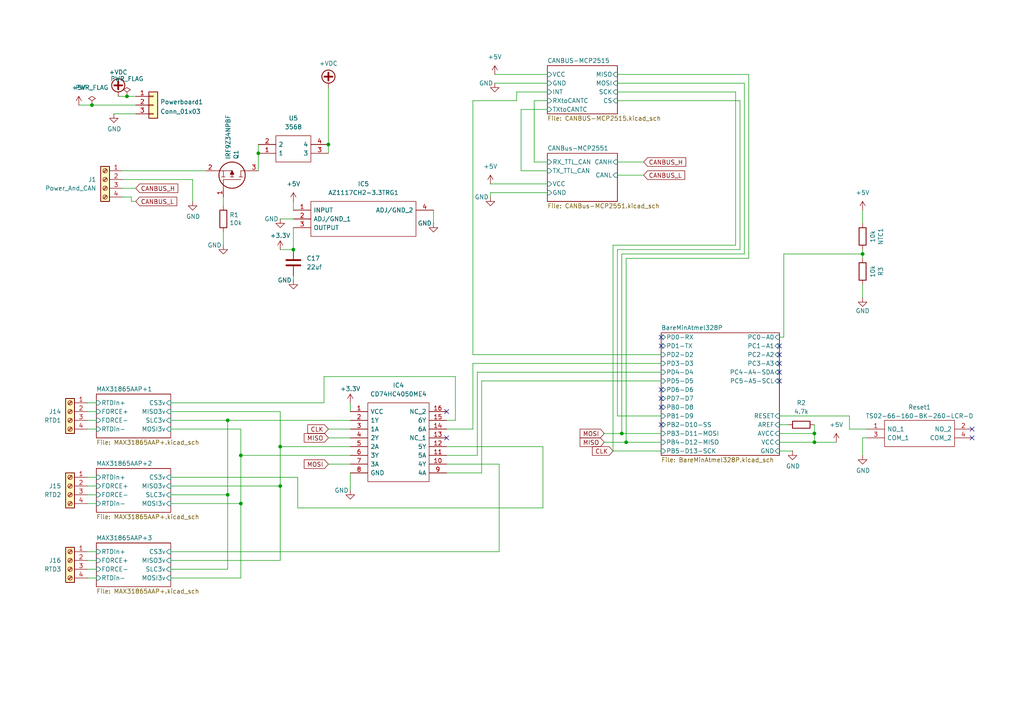
<source format=kicad_sch>
(kicad_sch (version 20231120) (generator "eeschema") (generator_version "8.0")
  (paper "A4")
  (lib_symbols
    (symbol "Connector:Screw_Terminal_01x04" (pin_names (offset 1.016) hide)
      (property "Reference" "J" (at 0 5.08 0))
      (property "Value" "Screw_Terminal_01x04" (at 0 -7.62 0))
      (symbol "Screw_Terminal_01x04_1_1"
        (rectangle (start -1.27 3.81) (end 1.27 -6.35) (stroke (width 0.254)) (fill (type background)))
        (circle (center 0 -5.08) (radius 0.635) (stroke (width 0.1524)))
        (circle (center 0 -2.54) (radius 0.635) (stroke (width 0.1524)))
        (polyline (pts (xy -0.5334 -4.7498) (xy 0.3302 -5.588)) (stroke (width 0.1524)))
        (polyline (pts (xy -0.5334 -2.2098) (xy 0.3302 -3.048)) (stroke (width 0.1524)))
        (polyline (pts (xy -0.5334 0.3302) (xy 0.3302 -0.508)) (stroke (width 0.1524)))
        (polyline (pts (xy -0.5334 2.8702) (xy 0.3302 2.032)) (stroke (width 0.1524)))
        (polyline (pts (xy -0.3556 -4.572) (xy 0.508 -5.4102)) (stroke (width 0.1524)))
        (polyline (pts (xy -0.3556 -2.032) (xy 0.508 -2.8702)) (stroke (width 0.1524)))
        (polyline (pts (xy -0.3556 0.508) (xy 0.508 -0.3302)) (stroke (width 0.1524)))
        (polyline (pts (xy -0.3556 3.048) (xy 0.508 2.2098)) (stroke (width 0.1524)))
        (circle (center 0 0) (radius 0.635) (stroke (width 0.1524)))
        (circle (center 0 2.54) (radius 0.635) (stroke (width 0.1524)))
        (pin passive line (at -5.08 2.54 0) (length 3.81) (name "Pin_1") (number "1"))
        (pin passive line (at -5.08 0 0) (length 3.81) (name "Pin_2") (number "2"))
        (pin passive line (at -5.08 -2.54 0) (length 3.81) (name "Pin_3") (number "3"))
        (pin passive line (at -5.08 -5.08 0) (length 3.81) (name "Pin_4") (number "4"))
      )
    )
    (symbol "Connector_Generic:Conn_01x03" (pin_names (offset 1.016) hide)
      (property "Reference" "J" (at 0 5.08 0))
      (property "Value" "Conn_01x03" (at 0 -5.08 0))
      (symbol "Conn_01x03_1_1"
        (rectangle (start -1.27 -2.413) (end 0 -2.667) (stroke (width 0.1524)))
        (rectangle (start -1.27 0.127) (end 0 -0.127) (stroke (width 0.1524)))
        (rectangle (start -1.27 2.667) (end 0 2.413) (stroke (width 0.1524)))
        (rectangle (start -1.27 3.81) (end 1.27 -3.81) (stroke (width 0.254)) (fill (type background)))
        (pin passive line (at -5.08 2.54 0) (length 3.81) (name "Pin_1") (number "1"))
        (pin passive line (at -5.08 0 0) (length 3.81) (name "Pin_2") (number "2"))
        (pin passive line (at -5.08 -2.54 0) (length 3.81) (name "Pin_3") (number "3"))
      )
    )
    (symbol "Device:C" (pin_numbers hide) (pin_names (offset 0.254))
      (property "Reference" "C" (at 0.635 2.54 0))
      (property "Value" "C" (at 0.635 -2.54 0))
      (symbol "C_0_1"
        (polyline (pts (xy -2.032 -0.762) (xy 2.032 -0.762)) (stroke (width 0.508)))
        (polyline (pts (xy -2.032 0.762) (xy 2.032 0.762)) (stroke (width 0.508)))
      )
      (symbol "C_1_1"
        (pin passive line (at 0 3.81 270) (length 2.794) (name "~") (number "1"))
        (pin passive line (at 0 -3.81 90) (length 2.794) (name "~") (number "2"))
      )
    )
    (symbol "Device:R" (pin_numbers hide) (pin_names (offset 0))
      (property "Reference" "R" (at 2.032 0 90))
      (property "Value" "R" (at 0 0 90))
      (symbol "R_0_1"
        (rectangle (start -1.016 -2.54) (end 1.016 2.54) (stroke (width 0.254)))
      )
      (symbol "R_1_1"
        (pin passive line (at 0 3.81 270) (length 1.27) (name "~") (number "1"))
        (pin passive line (at 0 -3.81 90) (length 1.27) (name "~") (number "2"))
      )
    )
    (symbol "SamacSys_Parts:3568" (pin_names (offset 0.762))
      (property "Reference" "U" (at 16.51 7.62 0))
      (property "Value" "3568" (at 16.51 5.08 0))
      (symbol "3568_0_0"
        (pin passive line (at 0 -2.54 0) (length 5.08) (name "1") (number "1"))
        (pin passive line (at 0 0 0) (length 5.08) (name "2") (number "2"))
        (pin passive line (at 20.32 -2.54 180) (length 5.08) (name "3") (number "3"))
        (pin passive line (at 20.32 0 180) (length 5.08) (name "4") (number "4"))
      )
      (symbol "3568_0_1"
        (polyline (pts (xy 5.08 2.54) (xy 15.24 2.54) (xy 15.24 -5.08) (xy 5.08 -5.08) (xy 5.08 2.54)) (stroke (width 0.1524)))
      )
    )
    (symbol "SamacSys_Parts:AZ1117CH2-3.3TRG1" (pin_names (offset 0.762))
      (property "Reference" "IC" (at 36.83 7.62 0))
      (property "Value" "AZ1117CH2-3.3TRG1" (at 36.83 5.08 0))
      (symbol "AZ1117CH2-3.3TRG1_0_0"
        (pin passive line (at 0 0 0) (length 5.08) (name "INPUT") (number "1"))
        (pin passive line (at 0 -2.54 0) (length 5.08) (name "ADJ/GND_1") (number "2"))
        (pin passive line (at 0 -5.08 0) (length 5.08) (name "OUTPUT") (number "3"))
        (pin passive line (at 40.64 0 180) (length 5.08) (name "ADJ/GND_2") (number "4"))
      )
      (symbol "AZ1117CH2-3.3TRG1_0_1"
        (polyline (pts (xy 5.08 2.54) (xy 35.56 2.54) (xy 35.56 -7.62) (xy 5.08 -7.62) (xy 5.08 2.54)) (stroke (width 0.1524)))
      )
    )
    (symbol "SamacSys_Parts:CD74HC4050ME4" (pin_names (offset 0.762))
      (property "Reference" "IC" (at 24.13 7.62 0))
      (property "Value" "CD74HC4050ME4" (at 24.13 5.08 0))
      (symbol "CD74HC4050ME4_0_0"
        (pin passive line (at 0 0 0) (length 5.08) (name "VCC") (number "1"))
        (pin passive line (at 27.94 -15.24 180) (length 5.08) (name "4Y") (number "10"))
        (pin passive line (at 27.94 -12.7 180) (length 5.08) (name "5A") (number "11"))
        (pin passive line (at 27.94 -10.16 180) (length 5.08) (name "5Y") (number "12"))
        (pin passive line (at 27.94 -7.62 180) (length 5.08) (name "NC_1") (number "13"))
        (pin passive line (at 27.94 -5.08 180) (length 5.08) (name "6A") (number "14"))
        (pin passive line (at 27.94 -2.54 180) (length 5.08) (name "6Y") (number "15"))
        (pin passive line (at 27.94 0 180) (length 5.08) (name "NC_2") (number "16"))
        (pin passive line (at 0 -2.54 0) (length 5.08) (name "1Y") (number "2"))
        (pin passive line (at 0 -5.08 0) (length 5.08) (name "1A") (number "3"))
        (pin passive line (at 0 -7.62 0) (length 5.08) (name "2Y") (number "4"))
        (pin passive line (at 0 -10.16 0) (length 5.08) (name "2A") (number "5"))
        (pin passive line (at 0 -12.7 0) (length 5.08) (name "3Y") (number "6"))
        (pin passive line (at 0 -15.24 0) (length 5.08) (name "3A") (number "7"))
        (pin passive line (at 0 -17.78 0) (length 5.08) (name "GND") (number "8"))
        (pin passive line (at 27.94 -17.78 180) (length 5.08) (name "4A") (number "9"))
      )
      (symbol "CD74HC4050ME4_0_1"
        (polyline (pts (xy 5.08 2.54) (xy 22.86 2.54) (xy 22.86 -20.32) (xy 5.08 -20.32) (xy 5.08 2.54)) (stroke (width 0.1524)))
      )
    )
    (symbol "SamacSys_Parts:IRF9Z34NPBF" (pin_names (offset 0.762))
      (property "Reference" "Q" (at 11.43 3.81 0))
      (property "Value" "IRF9Z34NPBF" (at 11.43 1.27 0))
      (symbol "IRF9Z34NPBF_0_0"
        (pin passive line (at 0 0 0) (length 2.54) (name "~") (number "1"))
        (pin passive line (at 7.62 -5.08 90) (length 2.54) (name "~") (number "2"))
        (pin passive line (at 7.62 10.16 270) (length 2.54) (name "~") (number "3"))
      )
      (symbol "IRF9Z34NPBF_0_1"
        (polyline (pts (xy 5.842 -0.508) (xy 5.842 0.508)) (stroke (width 0.1524)))
        (polyline (pts (xy 5.842 0) (xy 7.62 0)) (stroke (width 0.1524)))
        (polyline (pts (xy 5.842 2.032) (xy 5.842 3.048)) (stroke (width 0.1524)))
        (polyline (pts (xy 5.842 5.588) (xy 5.842 4.572)) (stroke (width 0.1524)))
        (polyline (pts (xy 7.62 2.54) (xy 5.842 2.54)) (stroke (width 0.1524)))
        (polyline (pts (xy 7.62 2.54) (xy 7.62 -2.54)) (stroke (width 0.1524)))
        (polyline (pts (xy 7.62 5.08) (xy 5.842 5.08)) (stroke (width 0.1524)))
        (polyline (pts (xy 7.62 5.08) (xy 7.62 7.62)) (stroke (width 0.1524)))
        (polyline (pts (xy 2.54 0) (xy 5.08 0) (xy 5.08 5.08)) (stroke (width 0.1524)))
        (polyline (pts (xy 7.62 2.54) (xy 6.604 3.048) (xy 6.604 2.032) (xy 7.62 2.54)) (stroke (width 0.254)) (fill (type outline)))
        (circle (center 6.35 2.54) (radius 3.81) (stroke (width 0.254)))
      )
    )
    (symbol "SamacSys_Parts:TS02-66-160-BK-260-LCR-D" (pin_names (offset 0.762))
      (property "Reference" "S" (at 26.67 7.62 0))
      (property "Value" "TS02-66-160-BK-260-LCR-D" (at 26.67 5.08 0))
      (symbol "TS02-66-160-BK-260-LCR-D_0_0"
        (pin passive line (at 0 0 0) (length 5.08) (name "NO_1") (number "1"))
        (pin passive line (at 30.48 0 180) (length 5.08) (name "NO_2") (number "2"))
        (pin passive line (at 0 -2.54 0) (length 5.08) (name "COM_1") (number "3"))
        (pin passive line (at 30.48 -2.54 180) (length 5.08) (name "COM_2") (number "4"))
      )
      (symbol "TS02-66-160-BK-260-LCR-D_0_1"
        (polyline (pts (xy 5.08 2.54) (xy 25.4 2.54) (xy 25.4 -5.08) (xy 5.08 -5.08) (xy 5.08 2.54)) (stroke (width 0.1524)))
      )
    )
    (symbol "power:+3.3V" (power) (pin_numbers hide) (pin_names (offset 0) hide)
      (property "Value" "+3.3V" (at 0 3.556 0))
      (symbol "+3.3V_0_1"
        (polyline (pts (xy -0.762 1.27) (xy 0 2.54)))
        (polyline (pts (xy 0 0) (xy 0 2.54)))
        (polyline (pts (xy 0 2.54) (xy 0.762 1.27)))
      )
      (symbol "+3.3V_1_1"
        (pin power_in line (at 0 0 90) (length 0) (name "~") (number "1"))
      )
    )
    (symbol "power:+5V" (power) (pin_numbers hide) (pin_names (offset 0) hide)
      (property "Value" "+5V" (at 0 3.556 0))
      (symbol "+5V_0_1"
        (polyline (pts (xy -0.762 1.27) (xy 0 2.54)))
        (polyline (pts (xy 0 0) (xy 0 2.54)))
        (polyline (pts (xy 0 2.54) (xy 0.762 1.27)))
      )
      (symbol "+5V_1_1"
        (pin power_in line (at 0 0 90) (length 0) (name "~") (number "1"))
      )
    )
    (symbol "power:+VDC" (power) (pin_numbers hide) (pin_names (offset 0) hide)
      (property "Value" "+VDC" (at 0 6.35 0))
      (symbol "+VDC_0_1"
        (polyline (pts (xy -1.143 3.175) (xy 1.143 3.175)) (stroke (width 0.508)))
        (polyline (pts (xy 0 0) (xy 0 1.27)))
        (polyline (pts (xy 0 2.032) (xy 0 4.318)) (stroke (width 0.508)))
        (circle (center 0 3.175) (radius 1.905) (stroke (width 0.254)))
      )
      (symbol "+VDC_1_1"
        (pin power_in line (at 0 0 90) (length 0) (name "~") (number "1"))
      )
    )
    (symbol "power:GND" (power) (pin_numbers hide) (pin_names (offset 0) hide)
      (property "Value" "GND" (at 0 -3.81 0))
      (symbol "GND_0_1"
        (polyline (pts (xy 0 0) (xy 0 -1.27) (xy 1.27 -1.27) (xy 0 -2.54) (xy -1.27 -1.27) (xy 0 -1.27)))
      )
      (symbol "GND_1_1"
        (pin power_in line (at 0 0 270) (length 0) (name "~") (number "1"))
      )
    )
    (symbol "power:PWR_FLAG" (power) (pin_numbers hide) (pin_names (offset 0) hide)
      (property "Value" "PWR_FLAG" (at 0 3.81 0))
      (symbol "PWR_FLAG_0_0"
        (pin power_out line (at 0 0 90) (length 0) (name "~") (number "1"))
      )
      (symbol "PWR_FLAG_0_1"
        (polyline (pts (xy 0 0) (xy 0 1.27) (xy -1.016 1.905) (xy 0 2.54) (xy 1.016 1.905) (xy 0 1.27)))
      )
    )
  )
  (junction (at 69.85 132.08))
  (junction (at 250.19 73.66))
  (junction (at 81.28 140.97))
  (junction (at 66.04 143.51))
  (junction (at 85.09 72.39))
  (junction (at 95.25 41.91))
  (junction (at 81.28 129.54))
  (junction (at 74.93 44.45))
  (junction (at 69.85 146.05))
  (junction (at 66.04 121.92))
  (junction (at 36.83 27.94))
  (junction (at 180.34 125.73))
  (junction (at 236.22 125.73))
  (junction (at 26.67 30.48))
  (junction (at 181.61 128.27))
  (junction (at 236.22 128.27))
  (no_connect (at 191.77 97.79))
  (no_connect (at 191.77 100.33))
  (no_connect (at 191.77 115.57))
  (no_connect (at 191.77 123.19))
  (no_connect (at 191.77 118.11))
  (no_connect (at 129.54 127))
  (no_connect (at 226.06 102.87))
  (no_connect (at 226.06 100.33))
  (no_connect (at 281.94 127))
  (no_connect (at 226.06 110.49))
  (no_connect (at 191.77 113.03))
  (no_connect (at 226.06 107.95))
  (no_connect (at 281.94 124.46))
  (no_connect (at 226.06 105.41))
  (no_connect (at 129.54 119.38))
  (wire (pts (xy 34.29 27.94) (xy 36.83 27.94)))
  (wire (pts (xy 35.56 52.07) (xy 55.88 52.07)))
  (wire (pts (xy 143.51 24.13) (xy 158.75 24.13)))
  (wire (pts (xy 25.4 146.05) (xy 27.94 146.05)))
  (wire (pts (xy 95.25 41.91) (xy 95.25 44.45)))
  (wire (pts (xy 246.38 120.65) (xy 246.38 124.46)))
  (wire (pts (xy 191.77 102.87) (xy 137.16 102.87)))
  (wire (pts (xy 69.85 124.46) (xy 49.53 124.46)))
  (wire (pts (xy 26.67 30.48) (xy 39.37 30.48)))
  (wire (pts (xy 191.77 120.65) (xy 179.07 120.65)))
  (wire (pts (xy 227.33 97.79) (xy 227.33 73.66)))
  (wire (pts (xy 101.6 116.84) (xy 101.6 119.38)))
  (wire (pts (xy 215.9 24.13) (xy 215.9 73.66)))
  (wire (pts (xy 38.1 58.42) (xy 38.1 57.15)))
  (wire (pts (xy 250.19 73.66) (xy 250.19 74.93)))
  (wire (pts (xy 250.19 127) (xy 250.19 132.08)))
  (wire (pts (xy 25.4 160.02) (xy 27.94 160.02)))
  (wire (pts (xy 158.75 55.88) (xy 142.24 55.88)))
  (wire (pts (xy 191.77 107.95) (xy 138.43 107.95)))
  (wire (pts (xy 55.88 58.42) (xy 55.88 52.07)))
  (wire (pts (xy 157.48 147.32) (xy 86.36 147.32)))
  (wire (pts (xy 49.53 116.84) (xy 93.98 116.84)))
  (wire (pts (xy 191.77 105.41) (xy 137.16 105.41)))
  (wire (pts (xy 250.19 72.39) (xy 250.19 73.66)))
  (wire (pts (xy 226.06 130.81) (xy 229.87 130.81)))
  (wire (pts (xy 154.94 29.21) (xy 158.75 29.21)))
  (wire (pts (xy 179.07 72.39) (xy 214.63 72.39)))
  (wire (pts (xy 142.24 53.34) (xy 158.75 53.34)))
  (wire (pts (xy 213.36 26.67) (xy 179.07 26.67)))
  (wire (pts (xy 95.25 124.46) (xy 101.6 124.46)))
  (wire (pts (xy 49.53 165.1) (xy 66.04 165.1)))
  (wire (pts (xy 179.07 120.65) (xy 179.07 72.39)))
  (wire (pts (xy 81.28 63.5) (xy 85.09 63.5)))
  (wire (pts (xy 226.06 123.19) (xy 228.6 123.19)))
  (wire (pts (xy 143.51 21.59) (xy 158.75 21.59)))
  (wire (pts (xy 236.22 128.27) (xy 242.57 128.27)))
  (wire (pts (xy 137.16 124.46) (xy 129.54 124.46)))
  (wire (pts (xy 213.36 71.12) (xy 213.36 26.67)))
  (wire (pts (xy 125.73 60.96) (xy 125.73 64.77)))
  (wire (pts (xy 129.54 132.08) (xy 138.43 132.08)))
  (wire (pts (xy 137.16 29.21) (xy 149.86 29.21)))
  (wire (pts (xy 142.24 55.88) (xy 142.24 57.15)))
  (wire (pts (xy 179.07 24.13) (xy 215.9 24.13)))
  (wire (pts (xy 49.53 167.64) (xy 69.85 167.64)))
  (wire (pts (xy 250.19 82.55) (xy 250.19 86.36)))
  (wire (pts (xy 129.54 129.54) (xy 157.48 129.54)))
  (wire (pts (xy 180.34 73.66) (xy 180.34 125.73)))
  (wire (pts (xy 25.4 167.64) (xy 27.94 167.64)))
  (wire (pts (xy 38.1 57.15) (xy 35.56 57.15)))
  (wire (pts (xy 177.8 71.12) (xy 213.36 71.12)))
  (wire (pts (xy 95.25 134.62) (xy 101.6 134.62)))
  (wire (pts (xy 74.93 44.45) (xy 74.93 49.53)))
  (wire (pts (xy 25.4 140.97) (xy 27.94 140.97)))
  (wire (pts (xy 158.75 46.99) (xy 154.94 46.99)))
  (wire (pts (xy 226.06 97.79) (xy 227.33 97.79)))
  (wire (pts (xy 86.36 147.32) (xy 86.36 138.43)))
  (wire (pts (xy 49.53 146.05) (xy 69.85 146.05)))
  (wire (pts (xy 25.4 138.43) (xy 27.94 138.43)))
  (wire (pts (xy 191.77 130.81) (xy 177.8 130.81)))
  (wire (pts (xy 226.06 120.65) (xy 246.38 120.65)))
  (wire (pts (xy 49.53 160.02) (xy 144.78 160.02)))
  (wire (pts (xy 151.13 31.75) (xy 151.13 49.53)))
  (wire (pts (xy 93.98 109.22) (xy 132.08 109.22)))
  (wire (pts (xy 236.22 125.73) (xy 236.22 128.27)))
  (wire (pts (xy 137.16 102.87) (xy 137.16 29.21)))
  (wire (pts (xy 22.86 30.48) (xy 26.67 30.48)))
  (wire (pts (xy 101.6 132.08) (xy 69.85 132.08)))
  (wire (pts (xy 191.77 128.27) (xy 181.61 128.27)))
  (wire (pts (xy 129.54 137.16) (xy 139.7 137.16)))
  (wire (pts (xy 139.7 110.49) (xy 191.77 110.49)))
  (wire (pts (xy 180.34 125.73) (xy 191.77 125.73)))
  (wire (pts (xy 250.19 60.96) (xy 250.19 64.77)))
  (wire (pts (xy 35.56 49.53) (xy 59.69 49.53)))
  (wire (pts (xy 36.83 27.94) (xy 39.37 27.94)))
  (wire (pts (xy 179.07 50.8) (xy 186.69 50.8)))
  (wire (pts (xy 138.43 107.95) (xy 138.43 132.08)))
  (wire (pts (xy 175.26 128.27) (xy 181.61 128.27)))
  (wire (pts (xy 33.02 33.02) (xy 39.37 33.02)))
  (wire (pts (xy 81.28 129.54) (xy 101.6 129.54)))
  (wire (pts (xy 177.8 130.81) (xy 177.8 71.12)))
  (wire (pts (xy 95.25 127) (xy 101.6 127)))
  (wire (pts (xy 49.53 119.38) (xy 81.28 119.38)))
  (wire (pts (xy 86.36 138.43) (xy 49.53 138.43)))
  (wire (pts (xy 81.28 119.38) (xy 81.28 129.54)))
  (wire (pts (xy 139.7 137.16) (xy 139.7 110.49)))
  (wire (pts (xy 74.93 41.91) (xy 74.93 44.45)))
  (wire (pts (xy 129.54 134.62) (xy 144.78 134.62)))
  (wire (pts (xy 25.4 119.38) (xy 27.94 119.38)))
  (wire (pts (xy 81.28 72.39) (xy 85.09 72.39)))
  (wire (pts (xy 25.4 121.92) (xy 27.94 121.92)))
  (wire (pts (xy 69.85 132.08) (xy 69.85 124.46)))
  (wire (pts (xy 149.86 26.67) (xy 158.75 26.67)))
  (wire (pts (xy 154.94 46.99) (xy 154.94 29.21)))
  (wire (pts (xy 69.85 132.08) (xy 69.85 146.05)))
  (wire (pts (xy 81.28 162.56) (xy 81.28 140.97)))
  (wire (pts (xy 181.61 128.27) (xy 181.61 74.93)))
  (wire (pts (xy 39.37 58.42) (xy 38.1 58.42)))
  (wire (pts (xy 181.61 74.93) (xy 217.17 74.93)))
  (wire (pts (xy 25.4 143.51) (xy 27.94 143.51)))
  (wire (pts (xy 64.77 67.31) (xy 64.77 71.12)))
  (wire (pts (xy 251.46 127) (xy 250.19 127)))
  (wire (pts (xy 25.4 165.1) (xy 27.94 165.1)))
  (wire (pts (xy 157.48 129.54) (xy 157.48 147.32)))
  (wire (pts (xy 144.78 160.02) (xy 144.78 134.62)))
  (wire (pts (xy 214.63 72.39) (xy 214.63 29.21)))
  (wire (pts (xy 49.53 143.51) (xy 66.04 143.51)))
  (wire (pts (xy 137.16 105.41) (xy 137.16 124.46)))
  (wire (pts (xy 151.13 49.53) (xy 158.75 49.53)))
  (wire (pts (xy 66.04 165.1) (xy 66.04 143.51)))
  (wire (pts (xy 149.86 29.21) (xy 149.86 26.67)))
  (wire (pts (xy 215.9 73.66) (xy 180.34 73.66)))
  (wire (pts (xy 179.07 21.59) (xy 217.17 21.59)))
  (wire (pts (xy 101.6 137.16) (xy 101.6 142.24)))
  (wire (pts (xy 132.08 121.92) (xy 129.54 121.92)))
  (wire (pts (xy 158.75 31.75) (xy 151.13 31.75)))
  (wire (pts (xy 179.07 46.99) (xy 186.69 46.99)))
  (wire (pts (xy 217.17 74.93) (xy 217.17 21.59)))
  (wire (pts (xy 66.04 143.51) (xy 66.04 121.92)))
  (wire (pts (xy 35.56 54.61) (xy 39.37 54.61)))
  (wire (pts (xy 81.28 129.54) (xy 81.28 140.97)))
  (wire (pts (xy 85.09 72.39) (xy 85.09 66.04)))
  (wire (pts (xy 246.38 124.46) (xy 251.46 124.46)))
  (wire (pts (xy 95.25 25.4) (xy 95.25 41.91)))
  (wire (pts (xy 227.33 73.66) (xy 250.19 73.66)))
  (wire (pts (xy 85.09 58.42) (xy 85.09 60.96)))
  (wire (pts (xy 25.4 124.46) (xy 27.94 124.46)))
  (wire (pts (xy 64.77 59.69) (xy 64.77 57.15)))
  (wire (pts (xy 49.53 140.97) (xy 81.28 140.97)))
  (wire (pts (xy 93.98 116.84) (xy 93.98 109.22)))
  (wire (pts (xy 226.06 125.73) (xy 236.22 125.73)))
  (wire (pts (xy 25.4 162.56) (xy 27.94 162.56)))
  (wire (pts (xy 49.53 162.56) (xy 81.28 162.56)))
  (wire (pts (xy 236.22 123.19) (xy 236.22 125.73)))
  (wire (pts (xy 49.53 121.92) (xy 66.04 121.92)))
  (wire (pts (xy 226.06 128.27) (xy 236.22 128.27)))
  (wire (pts (xy 66.04 121.92) (xy 101.6 121.92)))
  (wire (pts (xy 132.08 109.22) (xy 132.08 121.92)))
  (wire (pts (xy 25.4 116.84) (xy 27.94 116.84)))
  (wire (pts (xy 175.26 125.73) (xy 180.34 125.73)))
  (wire (pts (xy 214.63 29.21) (xy 179.07 29.21)))
  (wire (pts (xy 85.09 80.01) (xy 85.09 81.28)))
  (wire (pts (xy 69.85 167.64) (xy 69.85 146.05)))
  (global_label "MOSI" (shape input) (at 175.26 125.73 180) (property "Intersheetrefs" "${INTERSHEET_REFS}" (effects (hide yes))))
  (global_label "CANBUS_H" (shape input) (at 39.37 54.61 0) (property "Intersheetrefs" "${INTERSHEET_REFS}" (effects (hide yes))))
  (global_label "MISO" (shape input) (at 175.26 128.27 180) (property "Intersheetrefs" "${INTERSHEET_REFS}" (effects (hide yes))))
  (global_label "MISO" (shape input) (at 95.25 127 180) (property "Intersheetrefs" "${INTERSHEET_REFS}" (effects (hide yes))))
  (global_label "MOSI" (shape input) (at 95.25 134.62 180) (property "Intersheetrefs" "${INTERSHEET_REFS}" (effects (hide yes))))
  (global_label "CLK" (shape input) (at 177.8 130.81 180) (property "Intersheetrefs" "${INTERSHEET_REFS}" (effects (hide yes))))
  (global_label "CANBUS_H" (shape input) (at 186.69 46.99 0) (property "Intersheetrefs" "${INTERSHEET_REFS}" (effects (hide yes))))
  (global_label "CLK" (shape input) (at 95.25 124.46 180) (property "Intersheetrefs" "${INTERSHEET_REFS}" (effects (hide yes))))
  (global_label "CANBUS_L" (shape input) (at 186.69 50.8 0) (property "Intersheetrefs" "${INTERSHEET_REFS}" (effects (hide yes))))
  (global_label "CANBUS_L" (shape input) (at 39.37 58.42 0) (property "Intersheetrefs" "${INTERSHEET_REFS}" (effects (hide yes))))
  (symbol (lib_id "power:GND") (at 101.6 142.24 0) (unit 1)
    (property "Reference" "#PWR011" (effects (hide yes)))
    (property "Value" "GND" (at 99.06 142.24 0))
    (property "Description" "Power symbol creates a global label with name \"GND\" , ground" (effects (hide yes)))
  )
  (symbol (lib_id "power:GND") (at 81.28 63.5 0) (unit 1)
    (property "Reference" "#PWR05" (effects (hide yes)))
    (property "Value" "GND" (at 78.74 63.5 0))
    (property "Description" "Power symbol creates a global label with name \"GND\" , ground" (effects (hide yes)))
  )
  (symbol (lib_id "power:+5V") (at 22.86 30.48 0) (unit 1)
    (property "Reference" "#PWR01" (effects (hide yes)))
    (property "Value" "+5V" (at 22.86 25.4 0))
    (property "Description" "Power symbol creates a global label with name \"+5V\"" (effects (hide yes)))
  )
  (symbol (lib_id "power:+3.3V") (at 81.28 72.39 0) (unit 1)
    (property "Reference" "#PWR09" (effects (hide yes)))
    (property "Value" "+3.3V" (at 81.28 68.326 0))
    (property "Description" "Power symbol creates a global label with name \"+3.3V\"" (effects (hide yes)))
  )
  (symbol (lib_id "SamacSys_Parts:IRF9Z34NPBF") (at 64.77 57.15 270) (mirror x) (unit 1)
    (property "Reference" "Q1" (at 68.4784 46.228 0) (effects (justify left)))
    (property "Value" "IRF9Z34NPBF" (at 66.167 46.228 0) (effects (justify left)))
    (property "Footprint" "TO254P469X1042X1967-3P" (effects (hide yes)))
    (property "Datasheet" "https://www.infineon.com/dgdl/irf9z34npbf.pdf?fileId=5546d462533600a40153561220af1ddd" (effects (hide yes)))
    (property "Description" "MOSFET MOSFT PCh -55V -17A 100mOhm 23.3nC" (effects (hide yes)))
    (property "Height" "4.69" (effects (hide yes)))
    (property "Mouser Part Number" "942-IRF9Z34NPBF" (effects (hide yes)))
    (property "Mouser Price/Stock" "https://www.mouser.co.uk/ProductDetail/Infineon-Technologies/IRF9Z34NPBF?qs=9%252BKlkBgLFf16a%2FvlD%252BMCtQ%3D%3D" (effects (hide yes)))
    (property "Manufacturer_Name" "Infineon" (effects (hide yes)))
    (property "Manufacturer_Part_Number" "IRF9Z34NPBF" (effects (hide yes)))
  )
  (symbol (lib_id "Connector:Screw_Terminal_01x04") (at 20.32 119.38 0) (mirror y) (unit 1)
    (property "Reference" "J14" (at 17.78 119.3799 0) (effects (justify left)))
    (property "Value" "RTD1" (at 17.78 121.9199 0) (effects (justify left)))
    (property "Footprint" "TerminalBlock_Phoenix:TerminalBlock_Phoenix_MPT-0,5-4-2.54_1x04_P2.54mm_Horizontal" (effects (hide yes)))
    (property "Description" "Generic screw terminal, single row, 01x04, script generated (kicad-library-utils/schlib/autogen/connector/)" (effects (hide yes)))
  )
  (symbol (lib_id "power:+3.3V") (at 101.6 116.84 0) (unit 1)
    (property "Reference" "#PWR022" (effects (hide yes)))
    (property "Value" "+3.3V" (at 101.6 112.776 0))
    (property "Description" "Power symbol creates a global label with name \"+3.3V\"" (effects (hide yes)))
  )
  (symbol (lib_id "power:PWR_FLAG") (at 36.83 27.94 0) (unit 1)
    (property "Reference" "#FLG02" (effects (hide yes)))
    (property "Value" "PWR_FLAG" (at 36.83 22.86 0))
    (property "Description" "Special symbol for telling ERC where power comes from" (effects (hide yes)))
  )
  (symbol (lib_id "SamacSys_Parts:AZ1117CH2-3.3TRG1") (at 85.09 60.96 0) (unit 1)
    (property "Reference" "IC5" (at 105.41 53.34 0))
    (property "Value" "AZ1117CH2-3.3TRG1" (at 105.41 55.88 0))
    (property "Footprint" "SOT230P700X180-4N" (effects (hide yes)))
    (property "Datasheet" "https://www.diodes.com//assets/Datasheets/AZ1117C.pdf" (effects (hide yes)))
    (property "Description" "LDO Voltage Regulators LDO BJT HiCurr SOT223 T&R 4K" (effects (hide yes)))
    (property "Height" "1.8" (effects (hide yes)))
    (property "Mouser Part Number" "621-AZ1117CH2-33TRG1" (effects (hide yes)))
    (property "Mouser Price/Stock" "https://www.mouser.co.uk/ProductDetail/Diodes-Incorporated/AZ1117CH2-3.3TRG1?qs=lQAVKuKFhkLc7jCxso2G3w%3D%3D" (effects (hide yes)))
    (property "Manufacturer_Name" "Diodes Incorporated" (effects (hide yes)))
    (property "Manufacturer_Part_Number" "AZ1117CH2-3.3TRG1" (effects (hide yes)))
  )
  (symbol (lib_id "power:+VDC") (at 34.29 27.94 0) (unit 1)
    (property "Reference" "#PWR02" (effects (hide yes)))
    (property "Value" "+VDC" (at 34.29 20.955 0))
    (property "Description" "Power symbol creates a global label with name \"+VDC\"" (effects (hide yes)))
  )
  (symbol (lib_id "SamacSys_Parts:TS02-66-160-BK-260-LCR-D") (at 251.46 124.46 0) (unit 1)
    (property "Reference" "Reset1" (at 266.7 118.11 0))
    (property "Value" "TS02-66-160-BK-260-LCR-D" (at 266.7 120.65 0))
    (property "Footprint" "TS0266160BK260LCRD" (effects (hide yes)))
    (property "Datasheet" "https://www.cuidevices.com/product/resource/ts02.pdf" (effects (hide yes)))
    (property "Description" "Tactile Switches 6 x 6 mm, 16 mm Act Height, 260 gf, Black, Long Crimped, Through Hole, SPST," (effects (hide yes)))
    (property "Height" "16.2" (effects (hide yes)))
    (property "Mouser Part Number" "179-TS0266160BK260LC" (effects (hide yes)))
    (property "Mouser Price/Stock" "https://www.mouser.co.uk/ProductDetail/CUI-Devices/TS02-66-160-BK-260-LCR-D?qs=A6eO%252BMLsxmR2iSh4nOToMQ%3D%3D" (effects (hide yes)))
    (property "Manufacturer_Name" "CUI Devices" (effects (hide yes)))
    (property "Manufacturer_Part_Number" "TS02-66-160-BK-260-LCR-D" (effects (hide yes)))
  )
  (symbol (lib_id "power:GND") (at 250.19 132.08 0) (unit 1)
    (property "Reference" "#PWR021" (effects (hide yes)))
    (property "Value" "GND" (at 250.317 136.4742 0))
    (property "Description" "Power symbol creates a global label with name \"GND\" , ground" (effects (hide yes)))
  )
  (symbol (lib_id "power:+5V") (at 142.24 53.34 0) (unit 1)
    (property "Reference" "#PWR013" (effects (hide yes)))
    (property "Value" "+5V" (at 142.24 48.26 0))
    (property "Description" "Power symbol creates a global label with name \"+5V\"" (effects (hide yes)))
  )
  (symbol (lib_id "power:GND") (at 33.02 33.02 0) (unit 1)
    (property "Reference" "#PWR03" (effects (hide yes)))
    (property "Value" "GND" (at 33.147 37.4142 0))
    (property "Description" "Power symbol creates a global label with name \"GND\" , ground" (effects (hide yes)))
  )
  (symbol (lib_id "power:GND") (at 125.73 64.77 0) (unit 1)
    (property "Reference" "#PWR04" (effects (hide yes)))
    (property "Value" "GND" (at 123.19 64.77 0))
    (property "Description" "Power symbol creates a global label with name \"GND\" , ground" (effects (hide yes)))
  )
  (symbol (lib_id "power:PWR_FLAG") (at 26.67 30.48 0) (unit 1)
    (property "Reference" "#FLG01" (effects (hide yes)))
    (property "Value" "PWR_FLAG" (at 26.67 25.4 0))
    (property "Description" "Special symbol for telling ERC where power comes from" (effects (hide yes)))
  )
  (symbol (lib_id "SamacSys_Parts:CD74HC4050ME4") (at 101.6 119.38 0) (unit 1)
    (property "Reference" "IC4" (at 115.57 111.76 0))
    (property "Value" "CD74HC4050ME4" (at 115.57 114.3 0))
    (property "Footprint" "SOIC127P600X175-16N" (effects (hide yes)))
    (property "Datasheet" "https://www.ti.com/lit/pdf/MPDS178" (effects (hide yes)))
    (property "Description" "Buffers & Line Drivers Hi-Spd CMOS Logic Hex Non-Inv Bfr" (effects (hide yes)))
    (property "Height" "1.75" (effects (hide yes)))
    (property "Mouser Part Number" "595-CD74HC4050ME4" (effects (hide yes)))
    (property "Mouser Price/Stock" "https://www.mouser.co.uk/ProductDetail/Texas-Instruments/CD74HC4050ME4?qs=xFfolx0DHx14hqY1xeFnNQ%3D%3D" (effects (hide yes)))
    (property "Manufacturer_Name" "Texas Instruments" (effects (hide yes)))
    (property "Manufacturer_Part_Number" "CD74HC4050ME4" (effects (hide yes)))
  )
  (symbol (lib_id "Device:R") (at 64.77 63.5 0) (unit 1)
    (property "Reference" "R1" (at 66.548 62.3316 0) (effects (justify left)))
    (property "Value" "10k" (at 66.548 64.643 0) (effects (justify left)))
    (property "Footprint" "Resistor_SMD:R_1206_3216Metric_Pad1.30x1.75mm_HandSolder" (effects (hide yes)))
    (property "Description" "Resistor" (effects (hide yes)))
  )
  (symbol (lib_id "power:GND") (at 55.88 58.42 0) (unit 1)
    (property "Reference" "#PWR06" (effects (hide yes)))
    (property "Value" "GND" (at 56.007 62.8142 0))
    (property "Description" "Power symbol creates a global label with name \"GND\" , ground" (effects (hide yes)))
  )
  (symbol (lib_id "Connector_Generic:Conn_01x03") (at 44.45 30.48 0) (unit 1)
    (property "Reference" "Powerboard1" (at 46.482 29.5715 0) (effects (justify left)))
    (property "Value" "Conn_01x03" (at 46.482 32.3466 0) (effects (justify left)))
    (property "Footprint" "Connector_PinHeader_2.54mm:PinHeader_1x03_P2.54mm_Vertical" (effects (hide yes)))
    (property "Description" "Generic connector, single row, 01x03, script generated (kicad-library-utils/schlib/autogen/connector/)" (effects (hide yes)))
  )
  (symbol (lib_id "Connector:Screw_Terminal_01x04") (at 30.48 52.07 0) (mirror y) (unit 1)
    (property "Reference" "J1" (at 27.94 52.0699 0) (effects (justify left)))
    (property "Value" "Power_And_CAN" (at 27.94 54.6099 0) (effects (justify left)))
    (property "Footprint" "TerminalBlock_Phoenix:TerminalBlock_Phoenix_MPT-0,5-4-2.54_1x04_P2.54mm_Horizontal" (effects (hide yes)))
    (property "Description" "Generic screw terminal, single row, 01x04, script generated (kicad-library-utils/schlib/autogen/connector/)" (effects (hide yes)))
  )
  (symbol (lib_id "power:GND") (at 143.51 24.13 0) (unit 1)
    (property "Reference" "#PWR016" (effects (hide yes)))
    (property "Value" "GND" (at 140.97 24.13 0))
    (property "Description" "Power symbol creates a global label with name \"GND\" , ground" (effects (hide yes)))
  )
  (symbol (lib_id "Device:R") (at 232.41 123.19 90) (unit 1)
    (property "Reference" "R2" (at 232.41 116.84 90))
    (property "Value" "4.7k" (at 232.41 119.38 90))
    (property "Footprint" "Resistor_SMD:R_1206_3216Metric_Pad1.30x1.75mm_HandSolder" (effects (hide yes)))
    (property "Description" "Resistor" (effects (hide yes)))
  )
  (symbol (lib_id "Connector:Screw_Terminal_01x04") (at 20.32 140.97 0) (mirror y) (unit 1)
    (property "Reference" "J15" (at 17.78 140.9699 0) (effects (justify left)))
    (property "Value" "RTD2" (at 17.78 143.5099 0) (effects (justify left)))
    (property "Footprint" "TerminalBlock_Phoenix:TerminalBlock_Phoenix_MPT-0,5-4-2.54_1x04_P2.54mm_Horizontal" (effects (hide yes)))
    (property "Description" "Generic screw terminal, single row, 01x04, script generated (kicad-library-utils/schlib/autogen/connector/)" (effects (hide yes)))
  )
  (symbol (lib_id "Device:C") (at 85.09 76.2 180) (unit 1)
    (property "Reference" "C17" (at 88.9 74.9299 0) (effects (justify right)))
    (property "Value" "22uf" (at 88.9 77.4699 0) (effects (justify right)))
    (property "Footprint" "Capacitor_SMD:C_1206_3216Metric_Pad1.33x1.80mm_HandSolder" (effects (hide yes)))
    (property "Description" "Unpolarized capacitor" (effects (hide yes)))
  )
  (symbol (lib_id "power:GND") (at 250.19 86.36 0) (unit 1)
    (property "Reference" "#PWR020" (effects (hide yes)))
    (property "Value" "GND" (at 250.19 90.17 0))
    (property "Description" "Power symbol creates a global label with name \"GND\" , ground" (effects (hide yes)))
  )
  (symbol (lib_id "power:GND") (at 64.77 71.12 0) (unit 1)
    (property "Reference" "#PWR08" (effects (hide yes)))
    (property "Value" "GND" (at 62.23 71.12 0))
    (property "Description" "Power symbol creates a global label with name \"GND\" , ground" (effects (hide yes)))
  )
  (symbol (lib_id "Device:R") (at 250.19 78.74 180) (unit 1)
    (property "Reference" "R3" (at 255.4478 78.74 90))
    (property "Value" "10k" (at 253.1364 78.74 90))
    (property "Footprint" "Resistor_SMD:R_1206_3216Metric_Pad1.30x1.75mm_HandSolder" (effects (hide yes)))
    (property "Description" "Resistor" (effects (hide yes)))
  )
  (symbol (lib_id "power:+5V") (at 242.57 128.27 0) (unit 1)
    (property "Reference" "#PWR018" (effects (hide yes)))
    (property "Value" "+5V" (at 242.57 123.19 0))
    (property "Description" "Power symbol creates a global label with name \"+5V\"" (effects (hide yes)))
  )
  (symbol (lib_id "power:GND") (at 229.87 130.81 0) (unit 1)
    (property "Reference" "#PWR017" (effects (hide yes)))
    (property "Value" "GND" (at 229.997 135.2042 0))
    (property "Description" "Power symbol creates a global label with name \"GND\" , ground" (effects (hide yes)))
  )
  (symbol (lib_id "power:+VDC") (at 95.25 25.4 0) (unit 1)
    (property "Reference" "#PWR012" (effects (hide yes)))
    (property "Value" "+VDC" (at 95.25 18.415 0))
    (property "Description" "Power symbol creates a global label with name \"+VDC\"" (effects (hide yes)))
  )
  (symbol (lib_id "Device:R") (at 250.19 68.58 180) (unit 1)
    (property "Reference" "NTC1" (at 255.4478 68.58 90))
    (property "Value" "10k" (at 253.1364 68.58 90))
    (property "Footprint" "Resistor_THT:R_Axial_DIN0207_L6.3mm_D2.5mm_P2.54mm_Vertical" (effects (hide yes)))
    (property "Description" "Resistor" (effects (hide yes)))
  )
  (symbol (lib_id "power:GND") (at 85.09 81.28 0) (unit 1)
    (property "Reference" "#PWR010" (effects (hide yes)))
    (property "Value" "GND" (at 82.55 81.28 0))
    (property "Description" "Power symbol creates a global label with name \"GND\" , ground" (effects (hide yes)))
  )
  (symbol (lib_id "Connector:Screw_Terminal_01x04") (at 20.32 162.56 0) (mirror y) (unit 1)
    (property "Reference" "J16" (at 17.78 162.5599 0) (effects (justify left)))
    (property "Value" "RTD3" (at 17.78 165.0999 0) (effects (justify left)))
    (property "Footprint" "TerminalBlock_Phoenix:TerminalBlock_Phoenix_MPT-0,5-4-2.54_1x04_P2.54mm_Horizontal" (effects (hide yes)))
    (property "Description" "Generic screw terminal, single row, 01x04, script generated (kicad-library-utils/schlib/autogen/connector/)" (effects (hide yes)))
  )
  (symbol (lib_id "power:GND") (at 142.24 57.15 0) (unit 1)
    (property "Reference" "#PWR014" (effects (hide yes)))
    (property "Value" "GND" (at 139.7 57.15 0))
    (property "Description" "Power symbol creates a global label with name \"GND\" , ground" (effects (hide yes)))
  )
  (symbol (lib_id "power:+5V") (at 143.51 21.59 0) (unit 1)
    (property "Reference" "#PWR015" (effects (hide yes)))
    (property "Value" "+5V" (at 143.51 16.51 0))
    (property "Description" "Power symbol creates a global label with name \"+5V\"" (effects (hide yes)))
  )
  (symbol (lib_id "power:+5V") (at 250.19 60.96 0) (unit 1)
    (property "Reference" "#PWR019" (effects (hide yes)))
    (property "Value" "+5V" (at 250.19 55.88 0))
    (property "Description" "Power symbol creates a global label with name \"+5V\"" (effects (hide yes)))
  )
  (symbol (lib_id "power:+5V") (at 85.09 58.42 0) (unit 1)
    (property "Reference" "#PWR07" (effects (hide yes)))
    (property "Value" "+5V" (at 85.09 53.34 0))
    (property "Description" "Power symbol creates a global label with name \"+5V\"" (effects (hide yes)))
  )
  (symbol (lib_id "SamacSys_Parts:3568") (at 74.93 41.91 0) (unit 1)
    (property "Reference" "U5" (at 85.09 34.29 0))
    (property "Value" "3568" (at 85.09 36.83 0))
    (property "Footprint" "3568" (effects (hide yes)))
    (property "Description" "Fuse Holder 30A 500V 1 Circuit Blade Through Hole" (effects (hide yes)))
    (property "Height" "7.5" (effects (hide yes)))
    (property "Mouser Part Number" "534-3568" (effects (hide yes)))
    (property "Mouser Price/Stock" "https://www.mouser.co.uk/ProductDetail/Keystone-Electronics/3568?qs=fP5bVVCrK%2Fd7nbA%2FPpwnKw%3D%3D" (effects (hide yes)))
    (property "Manufacturer_Name" "Keystone Electronics" (effects (hide yes)))
    (property "Manufacturer_Part_Number" "3568" (effects (hide yes)))
  )
  (sheet (at 27.94 157.48) (size 21.59 12.7) (stroke (width 0.1524))
    (property "Sheetname" "MAX31865AAP+3" (at 27.94 156.7684 0) (effects (justify left bottom)))
    (property "Sheetfile" "MAX31865AAP+.kicad_sch" (at 27.94 170.7646 0) (effects (justify left top)))
    (pin "CS3v" input (at 49.53 160.02 0))
    (pin "MISO3v" input (at 49.53 162.56 0))
    (pin "SLC3v" input (at 49.53 165.1 0))
    (pin "FORCE-" input (at 27.94 165.1 180))
    (pin "RTDIn+" input (at 27.94 160.02 180))
    (pin "FORCE+" input (at 27.94 162.56 180))
    (pin "RTDin-" input (at 27.94 167.64 180))
    (pin "MOSI3v" input (at 49.53 167.64 0))
  )
  (sheet (at 27.94 114.3) (size 21.59 12.7) (stroke (width 0.1524))
    (property "Sheetname" "MAX31865AAP+1" (at 27.94 113.5884 0) (effects (justify left bottom)))
    (property "Sheetfile" "MAX31865AAP+.kicad_sch" (at 27.94 127.5846 0) (effects (justify left top)))
    (pin "CS3v" input (at 49.53 116.84 0))
    (pin "MISO3v" input (at 49.53 119.38 0))
    (pin "SLC3v" input (at 49.53 121.92 0))
    (pin "FORCE-" input (at 27.94 121.92 180))
    (pin "RTDIn+" input (at 27.94 116.84 180))
    (pin "FORCE+" input (at 27.94 119.38 180))
    (pin "RTDin-" input (at 27.94 124.46 180))
    (pin "MOSI3v" input (at 49.53 124.46 0))
  )
  (sheet (at 158.75 44.45) (size 20.32 13.97) (stroke (width 0.1524))
    (property "Sheetname" "CANBus-MCP2551" (at 158.75 43.7384 0) (effects (justify left bottom)))
    (property "Sheetfile" "CANBus-MCP2551.kicad_sch" (at 158.75 59.0046 0) (effects (justify left top)))
    (pin "GND" input (at 158.75 55.88 180))
    (pin "VCC" input (at 158.75 53.34 180))
    (pin "CANH" input (at 179.07 46.99 0))
    (pin "TX_TTL_CAN" input (at 158.75 49.53 180))
    (pin "CANL" input (at 179.07 50.8 0))
    (pin "RX_TTL_CAN" input (at 158.75 46.99 180))
  )
  (sheet (at 158.75 19.05) (size 20.32 13.97) (stroke (width 0.1524))
    (property "Sheetname" "CANBUS-MCP2515" (at 158.75 18.3384 0) (effects (justify left bottom)))
    (property "Sheetfile" "CANBUS-MCP2515.kicad_sch" (at 158.75 33.6046 0) (effects (justify left top)))
    (pin "VCC" input (at 158.75 21.59 180))
    (pin "GND" input (at 158.75 24.13 180))
    (pin "RXtoCANTC" input (at 158.75 29.21 180))
    (pin "TXtoCANTC" input (at 158.75 31.75 180))
    (pin "MISO" input (at 179.07 21.59 0))
    (pin "INT" input (at 158.75 26.67 180))
    (pin "SCK" input (at 179.07 26.67 0))
    (pin "MOSI" input (at 179.07 24.13 0))
    (pin "CS" input (at 179.07 29.21 0))
  )
  (sheet (at 191.77 96.52) (size 34.29 35.56) (stroke (width 0.1524))
    (property "Sheetname" "BareMinAtmel328P" (at 191.77 95.8084 0) (effects (justify left bottom)))
    (property "Sheetfile" "BareMinAtmel328P.kicad_sch" (at 191.77 132.6646 0) (effects (justify left top)))
    (pin "PB3-D11-MOSI" input (at 191.77 125.73 180))
    (pin "PB4-D12-MISO" input (at 191.77 128.27 180))
    (pin "PB2-D10-SS" input (at 191.77 123.19 180))
    (pin "PB5-D13-SCK" input (at 191.77 130.81 180))
    (pin "PB1-D9" input (at 191.77 120.65 180))
    (pin "PB0-D8" input (at 191.77 118.11 180))
    (pin "PC4-A4-SDA" input (at 226.06 107.95 0))
    (pin "PC2-A2" input (at 226.06 102.87 0))
    (pin "PC3-A3" input (at 226.06 105.41 0))
    (pin "PC5-A5-SCL" input (at 226.06 110.49 0))
    (pin "PC1-A1" input (at 226.06 100.33 0))
    (pin "PC0-A0" input (at 226.06 97.79 0))
    (pin "AVCC" input (at 226.06 125.73 0))
    (pin "VCC" input (at 226.06 128.27 0))
    (pin "PD1-TX" input (at 191.77 100.33 180))
    (pin "PD2-D2" input (at 191.77 102.87 180))
    (pin "PD3-D3" input (at 191.77 105.41 180))
    (pin "PD4-D4" input (at 191.77 107.95 180))
    (pin "PD0-RX" input (at 191.77 97.79 180))
    (pin "GND" input (at 226.06 130.81 0))
    (pin "PD7-D7" input (at 191.77 115.57 180))
    (pin "PD6-D6" input (at 191.77 113.03 180))
    (pin "PD5-D5" input (at 191.77 110.49 180))
    (pin "AREF" input (at 226.06 123.19 0))
    (pin "RESET" input (at 226.06 120.65 0))
  )
  (sheet (at 27.94 135.89) (size 21.59 12.7) (stroke (width 0.1524))
    (property "Sheetname" "MAX31865AAP+2" (at 27.94 135.1784 0) (effects (justify left bottom)))
    (property "Sheetfile" "MAX31865AAP+.kicad_sch" (at 27.94 149.1746 0) (effects (justify left top)))
    (pin "CS3v" input (at 49.53 138.43 0))
    (pin "MISO3v" input (at 49.53 140.97 0))
    (pin "SLC3v" input (at 49.53 143.51 0))
    (pin "FORCE-" input (at 27.94 143.51 180))
    (pin "RTDIn+" input (at 27.94 138.43 180))
    (pin "FORCE+" input (at 27.94 140.97 180))
    (pin "RTDin-" input (at 27.94 146.05 180))
    (pin "MOSI3v" input (at 49.53 146.05 0))
  )
)
</source>
